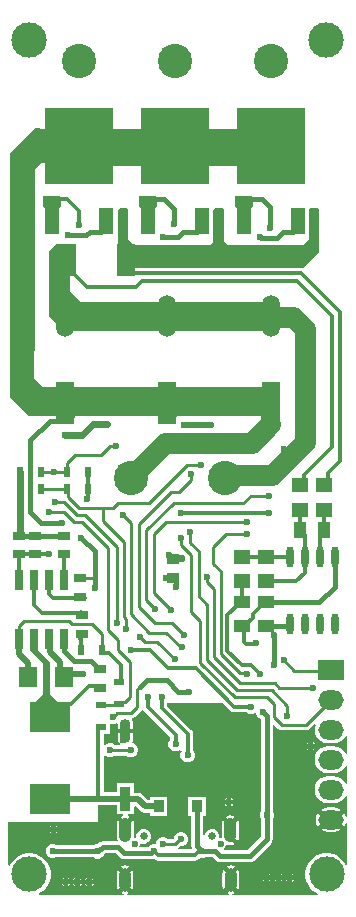
<source format=gbl>
G04*
G04 #@! TF.GenerationSoftware,Altium Limited,Altium Designer,21.3.2 (30)*
G04*
G04 Layer_Physical_Order=2*
G04 Layer_Color=16711680*
%FSTAX24Y24*%
%MOIN*%
G70*
G04*
G04 #@! TF.SameCoordinates,BF0EC633-498B-4F46-9C25-626D02BDF3A5*
G04*
G04*
G04 #@! TF.FilePolarity,Positive*
G04*
G01*
G75*
%ADD11C,0.0100*%
%ADD18C,0.0118*%
%ADD23R,0.0354X0.0236*%
%ADD24R,0.0236X0.0354*%
%ADD28R,0.0394X0.0354*%
%ADD29R,0.0394X0.0315*%
%ADD31R,0.0551X0.0433*%
%ADD37R,0.0283X0.0701*%
%ADD41R,0.0472X0.0866*%
%ADD42R,0.2283X0.2520*%
%ADD45C,0.0236*%
%ADD77C,0.0157*%
%ADD78C,0.0110*%
%ADD79C,0.0197*%
%ADD80C,0.0138*%
%ADD81C,0.0150*%
%ADD83C,0.1181*%
%ADD84O,0.0850X0.0650*%
%ADD85R,0.0850X0.0650*%
%ADD86C,0.1142*%
%ADD87C,0.0256*%
%ADD88O,0.0394X0.0787*%
%ADD89O,0.0413X0.0827*%
%ADD90C,0.0236*%
%ADD91R,0.0433X0.0315*%
%ADD92R,0.1378X0.1024*%
%ADD93R,0.0346X0.0402*%
%ADD94R,0.0600X0.0650*%
%ADD95R,0.0350X0.0800*%
%ADD96O,0.0350X0.0800*%
%ADD97R,0.0591X0.1400*%
%ADD98O,0.0591X0.1400*%
%ADD99R,0.0550X0.0453*%
%ADD100O,0.0236X0.0709*%
%ADD101R,0.0433X0.0551*%
%ADD102R,0.0591X0.1063*%
%ADD103C,0.0709*%
%ADD104C,0.0630*%
%ADD105C,0.0276*%
G36*
X037458Y042688D02*
Y042686D01*
X046142D01*
Y041714D01*
X045867Y041439D01*
X037458D01*
Y04155D01*
X03735D01*
X03712Y04132D01*
X03712Y035271D01*
X037114Y035277D01*
Y034371D01*
X037405Y03408D01*
X044739D01*
X045284Y033535D01*
X044849Y0331D01*
X03695D01*
X0363Y03375D01*
Y036091D01*
Y04187D01*
X03712Y04269D01*
X037458Y042688D01*
D02*
G37*
G36*
X0444Y0404D02*
Y040105D01*
X044339Y040043D01*
Y039177D01*
X043866D01*
Y040043D01*
X0438Y040109D01*
Y0404D01*
X04385Y04045D01*
X04435D01*
X0444Y0404D01*
D02*
G37*
G36*
X0412D02*
Y040105D01*
X041139Y040043D01*
Y039177D01*
X040666D01*
Y040043D01*
X0406Y040109D01*
Y0404D01*
X04065Y04045D01*
X04115D01*
X0412Y0404D01*
D02*
G37*
G36*
X038D02*
Y040105D01*
X037939Y040043D01*
Y039177D01*
X037466D01*
Y040043D01*
X0374Y040109D01*
Y0404D01*
X03745Y04045D01*
X03795D01*
X038Y0404D01*
D02*
G37*
G36*
X04659Y03999D02*
Y03905D01*
Y03856D01*
X04608Y03805D01*
X04005D01*
X03989Y03821D01*
Y03889D01*
X039887D01*
Y039977D01*
X039953Y040043D01*
X040187D01*
X04023Y04D01*
Y039D01*
X04043Y0388D01*
X04296D01*
X04308Y03892D01*
Y03997D01*
X043153Y040043D01*
X043387D01*
X04345Y03998D01*
Y03893D01*
X04358Y0388D01*
X04606D01*
X04626Y039D01*
Y04D01*
X046303Y040043D01*
X046537D01*
X04659Y03999D01*
D02*
G37*
G36*
X038304Y038743D02*
Y03725D01*
X038654Y0369D01*
X044824D01*
X045287Y036438D01*
X044799Y03595D01*
X038105Y03595D01*
X0376Y036455D01*
Y0386D01*
X037831Y038832D01*
X038216D01*
X038304Y038743D01*
D02*
G37*
G36*
X037242Y025311D02*
X03765Y024903D01*
Y02385D01*
X03805Y02345D01*
X037Y02345D01*
X0374Y02385D01*
Y02487D01*
X036958Y025311D01*
Y026012D01*
X037242D01*
Y025311D01*
D02*
G37*
G36*
X043645Y023292D02*
X043704Y023253D01*
X043773Y023239D01*
X044187D01*
X044206Y02322D01*
X044293Y023184D01*
X044387D01*
X044464Y023216D01*
X044514Y023194D01*
Y023183D01*
X04455Y023096D01*
X044616Y02303D01*
X044659Y023012D01*
Y019933D01*
X044624Y019847D01*
Y019753D01*
X044659Y019667D01*
Y019073D01*
X044217Y018631D01*
X04344D01*
X043427Y018648D01*
X043437Y018707D01*
X043481Y018751D01*
X0435Y018795D01*
X043505Y018809D01*
X043555Y018821D01*
X043576Y018812D01*
X043651Y018802D01*
X043725Y018812D01*
X043791Y018839D01*
X043595Y019034D01*
X043706Y019146D01*
X043902Y01895D01*
X043929Y019016D01*
X043939Y01909D01*
Y019504D01*
X043929Y019578D01*
X043902Y019643D01*
X043706Y019448D01*
X043651Y019504D01*
X043595Y019448D01*
X0434Y019643D01*
X043373Y019578D01*
X043363Y019504D01*
Y01909D01*
X043365Y019072D01*
X043328Y019026D01*
X043327Y019026D01*
X043318Y019031D01*
X043284Y019072D01*
Y019149D01*
X043246Y019239D01*
X043177Y019309D01*
X043087Y019346D01*
X042989D01*
X042898Y019309D01*
X042829Y019239D01*
X042792Y019149D01*
X042744Y019155D01*
Y019781D01*
X042835D01*
Y020419D01*
X042252D01*
Y019781D01*
X042343D01*
Y018778D01*
X042356Y018711D01*
X04233Y018661D01*
X041922D01*
X041907Y018711D01*
X041934Y018729D01*
X041969Y018764D01*
X042047D01*
X042134Y0188D01*
X0422Y018866D01*
X042236Y018953D01*
Y019047D01*
X0422Y019134D01*
X042134Y0192D01*
X042047Y019236D01*
X041953D01*
X041866Y0192D01*
X0418Y019134D01*
X041764Y019047D01*
Y019043D01*
X041742Y019021D01*
X041563D01*
X041534Y01905D01*
X041447Y019086D01*
X041353D01*
X041266Y01905D01*
X0412Y018984D01*
X041164Y018897D01*
Y018847D01*
X041147Y018836D01*
X041053D01*
X040966Y0188D01*
X0409Y018734D01*
X040896Y018726D01*
X040644D01*
X040614Y018776D01*
X040627Y018809D01*
Y018835D01*
X040677Y018869D01*
X040713Y018854D01*
X040811D01*
X040902Y018891D01*
X040971Y018961D01*
X041008Y019051D01*
Y019149D01*
X040971Y019239D01*
X040902Y019309D01*
X040811Y019346D01*
X040713D01*
X040623Y019309D01*
X040554Y019239D01*
X040516Y019149D01*
Y019073D01*
X04048Y019031D01*
X040473Y019027D01*
X040435Y019072D01*
X040437Y01909D01*
Y019504D01*
X040427Y019578D01*
X0404Y019643D01*
X040205Y019448D01*
X040149Y019504D01*
X040094Y019448D01*
X039898Y019643D01*
X039871Y019578D01*
X039861Y019504D01*
Y01909D01*
X039871Y019016D01*
X039887Y018977D01*
X039854Y018927D01*
X039388D01*
X039311Y018912D01*
X039246Y018869D01*
X039204Y018826D01*
X039183D01*
X039109Y018796D01*
X037868D01*
X037864Y0188D01*
X037777Y018836D01*
X037683D01*
X037596Y0188D01*
X03753Y018734D01*
X037494Y018647D01*
Y018553D01*
X03753Y018466D01*
X037596Y0184D01*
X037683Y018364D01*
X037777D01*
X037851Y018394D01*
X039092D01*
X039096Y01839D01*
X039183Y018354D01*
X039277D01*
X039364Y01839D01*
X03943Y018456D01*
X039451Y018506D01*
X039471Y018526D01*
X03982D01*
X039963Y018383D01*
X040028Y01834D01*
X040105Y018324D01*
X041004D01*
X041081Y01834D01*
X041087Y018344D01*
X041095Y018335D01*
X041157Y018294D01*
X04123Y018279D01*
X04123Y018279D01*
X04247D01*
X042543Y018294D01*
X042605Y018335D01*
X042639Y01837D01*
X042653Y018364D01*
X042747D01*
X042833Y018399D01*
X043059D01*
X043171Y018288D01*
X043236Y018245D01*
X043313Y018229D01*
X0443D01*
X044377Y018245D01*
X044442Y018288D01*
X045002Y018848D01*
X045045Y018913D01*
X045061Y01899D01*
Y019667D01*
X045096Y019753D01*
Y019847D01*
X045061Y019933D01*
Y022794D01*
X045107Y022813D01*
X045235Y022685D01*
X045235Y022685D01*
X045292Y022647D01*
X04536Y022633D01*
X04536Y022633D01*
X04616D01*
X04616Y022633D01*
X046228Y022647D01*
X046285Y022685D01*
X046449Y022849D01*
X046491Y022821D01*
X046468Y022766D01*
X046453Y02265D01*
X046468Y022534D01*
X046513Y022427D01*
X046584Y022334D01*
X046677Y022263D01*
X046784Y022218D01*
X0469Y022203D01*
X0471D01*
X047216Y022218D01*
X047323Y022263D01*
X047416Y022334D01*
X047487Y022427D01*
X047495Y022446D01*
X047545Y022436D01*
X047545Y021864D01*
X047495Y021854D01*
X047487Y021873D01*
X047416Y021966D01*
X047323Y022037D01*
X047216Y022082D01*
X0471Y022097D01*
X0469D01*
X046784Y022082D01*
X046677Y022037D01*
X046584Y021966D01*
X046513Y021873D01*
X046468Y021766D01*
X046453Y02165D01*
X046468Y021534D01*
X046513Y021427D01*
X046584Y021334D01*
X046677Y021263D01*
X046784Y021218D01*
X0469Y021203D01*
X0471D01*
X047216Y021218D01*
X047323Y021263D01*
X047416Y021334D01*
X047487Y021427D01*
X047495Y021446D01*
X047545Y021436D01*
Y020864D01*
X047495Y020854D01*
X047487Y020873D01*
X047416Y020966D01*
X047323Y021037D01*
X047216Y021082D01*
X0471Y021097D01*
X0469D01*
X046784Y021082D01*
X046677Y021037D01*
X046584Y020966D01*
X046513Y020873D01*
X046468Y020766D01*
X046453Y02065D01*
X046468Y020534D01*
X046513Y020427D01*
X046584Y020334D01*
X046677Y020263D01*
X046784Y020218D01*
X0469Y020203D01*
X0471D01*
X047216Y020218D01*
X047323Y020263D01*
X047416Y020334D01*
X047487Y020427D01*
X047495Y020446D01*
X047545Y020436D01*
Y019747D01*
X047495Y019743D01*
X047493Y019755D01*
X047453Y019854D01*
X047436Y019875D01*
X047211Y01965D01*
X047436Y019425D01*
X047453Y019446D01*
X047493Y019545D01*
X047495Y019557D01*
X047545Y019553D01*
X047545Y018146D01*
X047495Y018136D01*
X047484Y018164D01*
X047406Y01828D01*
X047307Y018378D01*
X047191Y018456D01*
X047062Y018509D01*
X046925Y018537D01*
X046786D01*
X046649Y018509D01*
X04652Y018456D01*
X046404Y018378D01*
X046305Y01828D01*
X046227Y018164D01*
X046174Y018035D01*
X046147Y017898D01*
Y017758D01*
X046174Y017621D01*
X046227Y017492D01*
X046305Y017376D01*
X046404Y017277D01*
X04652Y0172D01*
X046561Y017183D01*
X046551Y017133D01*
X043714D01*
X043711Y017183D01*
X043733Y017186D01*
X043793Y017211D01*
X043661Y017343D01*
X043528Y017211D01*
X043589Y017186D01*
X04361Y017183D01*
X043607Y017133D01*
X040193Y017133D01*
X04019Y017183D01*
X040211Y017186D01*
X040272Y017211D01*
X040139Y017343D01*
X040007Y017211D01*
X040067Y017186D01*
X040089Y017183D01*
X040086Y017133D01*
X037265D01*
X037255Y017183D01*
X037283Y017194D01*
X037399Y017272D01*
X037497Y017371D01*
X037575Y017487D01*
X037628Y017616D01*
X037656Y017753D01*
Y017892D01*
X037628Y018029D01*
X037575Y018158D01*
X037497Y018274D01*
X037399Y018373D01*
X037283Y01845D01*
X037154Y018504D01*
X037017Y018531D01*
X036877D01*
X03674Y018504D01*
X036611Y01845D01*
X036495Y018373D01*
X036396Y018274D01*
X036319Y018158D01*
X036302Y018117D01*
X036252Y018127D01*
X036252Y019579D01*
X039249D01*
Y020129D01*
X039857D01*
Y019832D01*
X040073D01*
X040077Y019782D01*
X040075Y019782D01*
X040009Y019755D01*
X040149Y019615D01*
X040289Y019755D01*
X040224Y019782D01*
X040222Y019782D01*
X040225Y019832D01*
X040443D01*
Y020084D01*
X040493Y020095D01*
X040644Y019944D01*
X040716Y019896D01*
X0408Y019879D01*
X040965D01*
Y019781D01*
X041548D01*
Y020419D01*
X040965D01*
Y020321D01*
X040891D01*
X040733Y020479D01*
X040661Y020527D01*
X040577Y020544D01*
X040443D01*
Y020868D01*
X039857D01*
Y020571D01*
X039431D01*
Y021765D01*
X039481Y021785D01*
X039506Y02176D01*
X039593Y021724D01*
X039687D01*
X039774Y02176D01*
X039802Y021788D01*
X040168D01*
X040186Y02177D01*
X040273Y021734D01*
X040367D01*
X040454Y02177D01*
X04052Y021836D01*
X040556Y021923D01*
Y022017D01*
X04052Y022104D01*
X040454Y02217D01*
X040395Y022195D01*
X040373Y022252D01*
X040389Y022276D01*
X040409Y022375D01*
Y022531D01*
X039891D01*
Y022375D01*
X039911Y022276D01*
X039929Y022249D01*
X039936Y022231D01*
X039951Y022217D01*
X039967Y022192D01*
X039971Y022189D01*
X039956Y022142D01*
X039792D01*
X039774Y02216D01*
X039687Y022196D01*
X039593D01*
X039506Y02216D01*
X039481Y022135D01*
X039431Y022155D01*
Y022514D01*
X039645D01*
Y022827D01*
X039687Y022855D01*
X039696Y022851D01*
X03979D01*
X03985Y022876D01*
X039894Y02284D01*
X039891Y022825D01*
Y022669D01*
X040409D01*
Y022825D01*
X040389Y022924D01*
X040357Y022972D01*
X04038Y023027D01*
X040406Y023033D01*
X040462Y02307D01*
X040672Y023279D01*
X040691Y023308D01*
X04075Y023306D01*
X040772Y023272D01*
X041639Y022405D01*
Y022313D01*
X04162Y022294D01*
X041584Y022207D01*
Y022113D01*
X04162Y022026D01*
X041686Y02196D01*
X041773Y021924D01*
X041867D01*
X041954Y02196D01*
X041959Y021965D01*
X042015Y02195D01*
X04202Y021934D01*
X041984Y021847D01*
Y021753D01*
X04202Y021666D01*
X042086Y0216D01*
X042173Y021564D01*
X042267D01*
X042354Y0216D01*
X04242Y021666D01*
X042456Y021753D01*
Y021847D01*
X04242Y021934D01*
X042401Y021953D01*
Y02252D01*
X042387Y022589D01*
X042348Y022648D01*
X041551Y023445D01*
Y023545D01*
X043392D01*
X043645Y023292D01*
D02*
G37*
%LPC*%
G36*
X046409Y022238D02*
Y022179D01*
X046468D01*
X046463Y022189D01*
X046419Y022234D01*
X046409Y022238D01*
D02*
G37*
G36*
X046251D02*
X046241Y022234D01*
X046196Y022189D01*
X046192Y022179D01*
X046251D01*
Y022238D01*
D02*
G37*
G36*
X046468Y022021D02*
X046409D01*
Y021962D01*
X046419Y021966D01*
X046463Y022011D01*
X046468Y022021D01*
D02*
G37*
G36*
X046251D02*
X046192D01*
X046196Y022011D01*
X046241Y021966D01*
X046251Y021962D01*
Y022021D01*
D02*
G37*
G36*
X043679Y020378D02*
Y020319D01*
X043738D01*
X043734Y020329D01*
X043689Y020374D01*
X043679Y020378D01*
D02*
G37*
G36*
X043521D02*
X043511Y020374D01*
X043467Y020329D01*
X043462Y020319D01*
X043521D01*
Y020378D01*
D02*
G37*
G36*
X043738Y020161D02*
X043679D01*
Y020102D01*
X043689Y020106D01*
X043734Y020151D01*
X043738Y020161D01*
D02*
G37*
G36*
X043521D02*
X043462D01*
X043467Y020151D01*
X043511Y020106D01*
X043521Y020102D01*
Y020161D01*
D02*
G37*
G36*
X043651Y019791D02*
X043576Y019782D01*
X043511Y019755D01*
X043651Y019615D01*
X04379Y019755D01*
X043725Y019782D01*
X043651Y019791D01*
D02*
G37*
G36*
X046564Y019875D02*
X046547Y019854D01*
X046507Y019755D01*
X046493Y01965D01*
X046507Y019545D01*
X046547Y019446D01*
X046564Y019425D01*
X046789Y01965D01*
X046564Y019875D01*
D02*
G37*
G36*
X037839Y019468D02*
Y019409D01*
X037898D01*
X037894Y019419D01*
X037849Y019464D01*
X037839Y019468D01*
D02*
G37*
G36*
X037681D02*
X037671Y019464D01*
X037626Y019419D01*
X037622Y019409D01*
X037681D01*
Y019468D01*
D02*
G37*
G36*
X0471Y020057D02*
X0469D01*
X046795Y020043D01*
X046696Y020003D01*
X046675Y019986D01*
X046956Y019706D01*
X0469Y01965D01*
X046956Y019594D01*
X046675Y019314D01*
X046696Y019297D01*
X046795Y019257D01*
X0469Y019243D01*
X0471D01*
X047205Y019257D01*
X047304Y019297D01*
X047325Y019314D01*
X047044Y019594D01*
X0471Y01965D01*
X047044Y019706D01*
X047325Y019986D01*
X047304Y020003D01*
X047205Y020043D01*
X0471Y020057D01*
D02*
G37*
G36*
X037898Y019251D02*
X037839D01*
Y019192D01*
X037849Y019196D01*
X037894Y019241D01*
X037898Y019251D01*
D02*
G37*
G36*
X037681D02*
X037622D01*
X037626Y019241D01*
X037671Y019196D01*
X037681Y019192D01*
Y019251D01*
D02*
G37*
G36*
X040139Y018126D02*
X040067Y018117D01*
X040007Y018092D01*
X040139Y017959D01*
X040272Y018092D01*
X040211Y018117D01*
X040139Y018126D01*
D02*
G37*
G36*
X043661D02*
X043589Y018117D01*
X043528Y018092D01*
X043661Y017959D01*
X043793Y018092D01*
X043733Y018117D01*
X043661Y018126D01*
D02*
G37*
G36*
X045329Y017868D02*
Y017809D01*
X045388D01*
X045384Y017819D01*
X045339Y017864D01*
X045329Y017868D01*
D02*
G37*
G36*
X045171D02*
X045161Y017864D01*
X045117Y017819D01*
X045112Y017809D01*
X045171D01*
Y017868D01*
D02*
G37*
G36*
X044929D02*
Y017809D01*
X044988D01*
X044984Y017819D01*
X044939Y017864D01*
X044929Y017868D01*
D02*
G37*
G36*
X044771D02*
X044761Y017864D01*
X044717Y017819D01*
X044712Y017809D01*
X044771D01*
Y017868D01*
D02*
G37*
G36*
X045709Y017858D02*
Y017799D01*
X045768D01*
X045764Y017809D01*
X045719Y017854D01*
X045709Y017858D01*
D02*
G37*
G36*
X045551D02*
X045541Y017854D01*
X045497Y017809D01*
X045492Y017799D01*
X045551D01*
Y017858D01*
D02*
G37*
G36*
X040383Y01798D02*
X040195Y017792D01*
X040139Y017848D01*
X040084Y017792D01*
X039896Y01798D01*
X039871Y01792D01*
X039861Y017848D01*
Y017454D01*
X039871Y017382D01*
X039896Y017322D01*
X040084Y01751D01*
X040139Y017454D01*
X040195Y01751D01*
X040383Y017322D01*
X040408Y017382D01*
X040417Y017454D01*
Y017848D01*
X040408Y01792D01*
X040383Y01798D01*
D02*
G37*
G36*
X038249Y01772D02*
Y017661D01*
X038308D01*
X038304Y017672D01*
X038259Y017716D01*
X038249Y01772D01*
D02*
G37*
G36*
X038091D02*
X038081Y017716D01*
X038036Y017672D01*
X038032Y017661D01*
X038091D01*
Y01772D01*
D02*
G37*
G36*
X039029Y01771D02*
Y017651D01*
X039088D01*
X039084Y017662D01*
X039039Y017706D01*
X039029Y01771D01*
D02*
G37*
G36*
X038871D02*
X038861Y017706D01*
X038816Y017662D01*
X038812Y017651D01*
X038871D01*
Y01771D01*
D02*
G37*
G36*
X038629D02*
Y017651D01*
X038688D01*
X038684Y017662D01*
X038639Y017706D01*
X038629Y01771D01*
D02*
G37*
G36*
X038471D02*
X038461Y017706D01*
X038416Y017662D01*
X038412Y017651D01*
X038471D01*
Y01771D01*
D02*
G37*
G36*
X045388Y017651D02*
X045329D01*
Y017592D01*
X045339Y017596D01*
X045384Y017641D01*
X045388Y017651D01*
D02*
G37*
G36*
X045171D02*
X045112D01*
X045117Y017641D01*
X045161Y017596D01*
X045171Y017592D01*
Y017651D01*
D02*
G37*
G36*
X044988D02*
X044929D01*
Y017592D01*
X044939Y017596D01*
X044984Y017641D01*
X044988Y017651D01*
D02*
G37*
G36*
X044771D02*
X044712D01*
X044717Y017641D01*
X044761Y017596D01*
X044771Y017592D01*
Y017651D01*
D02*
G37*
G36*
X045768Y017641D02*
X045709D01*
Y017582D01*
X045719Y017586D01*
X045764Y017631D01*
X045768Y017641D01*
D02*
G37*
G36*
X045551D02*
X045492D01*
X045497Y017631D01*
X045541Y017586D01*
X045551Y017582D01*
Y017641D01*
D02*
G37*
G36*
X038308Y017504D02*
X038249D01*
Y017445D01*
X038259Y017449D01*
X038304Y017493D01*
X038308Y017504D01*
D02*
G37*
G36*
X038091D02*
X038032D01*
X038036Y017493D01*
X038081Y017449D01*
X038091Y017445D01*
Y017504D01*
D02*
G37*
G36*
X039088Y017494D02*
X039029D01*
Y017435D01*
X039039Y017439D01*
X039084Y017483D01*
X039088Y017494D01*
D02*
G37*
G36*
X038871D02*
X038812D01*
X038816Y017483D01*
X038861Y017439D01*
X038871Y017435D01*
Y017494D01*
D02*
G37*
G36*
X038688D02*
X038629D01*
Y017435D01*
X038639Y017439D01*
X038684Y017483D01*
X038688Y017494D01*
D02*
G37*
G36*
X038471D02*
X038412D01*
X038416Y017483D01*
X038461Y017439D01*
X038471Y017435D01*
Y017494D01*
D02*
G37*
G36*
X043417Y01798D02*
X043392Y01792D01*
X043383Y017848D01*
Y017454D01*
X043392Y017382D01*
X043417Y017322D01*
X043605Y01751D01*
X043661Y017454D01*
X043716Y01751D01*
X043904Y017322D01*
X043929Y017382D01*
X043939Y017454D01*
Y017848D01*
X043929Y01792D01*
X043904Y01798D01*
X043716Y017792D01*
X043661Y017848D01*
X043605Y017792D01*
X043417Y01798D01*
D02*
G37*
%LPD*%
D11*
X039121Y027721D02*
X03913Y02773D01*
X03912Y02772D02*
X039121Y027721D01*
X039766Y023087D02*
X039869Y023191D01*
X040341D01*
X039743Y023087D02*
X039766D01*
X040341Y023191D02*
X040551Y023401D01*
Y023991D02*
X040647Y024087D01*
X040551Y023401D02*
Y023991D01*
X0366Y025662D02*
X036604Y025666D01*
Y026104D01*
X03678Y02628D01*
X038255D01*
X038365Y026169D02*
X039037D01*
X038255Y02628D02*
X038365Y026169D01*
X039037D02*
X03937Y025836D01*
Y02531D02*
Y025836D01*
X03865Y02772D02*
X03912D01*
X0414Y01885D02*
X041813D01*
X041963Y019D01*
X042D01*
D18*
X045963Y02929D02*
Y029976D01*
X045966Y029979D01*
X03888Y03035D02*
X038895Y030365D01*
Y030655D02*
X03891Y03067D01*
X038895Y030365D02*
Y030655D01*
X036597Y028493D02*
X03716D01*
X042005Y029875D02*
X044915D01*
X04492Y02987D01*
X042Y02988D02*
X042005Y029875D01*
X04544Y03202D02*
X045457Y032003D01*
X045617D01*
X04572Y0319D01*
X04182Y02216D02*
Y02248D01*
X0409Y0234D02*
Y02375D01*
Y0234D02*
X04182Y02248D01*
X04137Y02337D02*
X04222Y02252D01*
Y0218D02*
Y02252D01*
X04137Y02337D02*
Y02373D01*
X04402Y0248D02*
X04433D01*
X04463Y0245D01*
Y0245D02*
Y0245D01*
X044108Y025582D02*
X044177Y025513D01*
X0443Y025517D02*
X044487D01*
X04451Y02554D01*
X044177Y025513D02*
X044296D01*
X0443Y025517D01*
X03815Y02654D02*
X03815Y02654D01*
X03737Y02654D02*
X03815D01*
X0371Y02681D02*
X03737Y02654D01*
X03815Y02654D02*
X038666D01*
X038683Y026556D01*
X0376Y02717D02*
X03774Y02703D01*
X038799D01*
X04035Y02531D02*
X040352Y025308D01*
X040972D01*
X041575Y024705D02*
X042488D01*
X040972Y025308D02*
X041575Y024705D01*
X039309Y02275D02*
X03935D01*
X03925Y02035D02*
Y022691D01*
X039309Y02275D01*
X044108Y025582D02*
Y026038D01*
X04405Y026096D02*
X044108Y026038D01*
X042985Y032815D02*
X04299Y03281D01*
X044503Y026616D02*
X044791Y026904D01*
X044503Y026614D02*
Y026616D01*
X044109Y026096D02*
X044397Y026384D01*
Y026508D02*
X044503Y026614D01*
X044397Y026384D02*
Y026508D01*
X04405Y026096D02*
X044109D01*
X044791Y026904D02*
X04485D01*
X043773Y02342D02*
X04434D01*
X042488Y024705D02*
X043773Y02342D01*
X043552Y025268D02*
Y026465D01*
Y025268D02*
X04402Y0248D01*
X043552Y026465D02*
X043991Y026904D01*
X04405D01*
X038907Y03067D02*
Y03124D01*
X044038Y027589D02*
X04405Y027577D01*
Y026904D02*
Y027577D01*
X0371Y02681D02*
Y027638D01*
X0376Y02717D02*
Y027638D01*
X04404Y028412D02*
X04562D01*
X044038Y028411D02*
X04404Y028412D01*
X045839Y027589D02*
X04612Y02787D01*
Y028412D01*
X044838Y027589D02*
X045839D01*
X03715Y028493D02*
X03761D01*
X036598Y02764D02*
Y028491D01*
X036597Y028493D02*
X036598Y028491D01*
Y02764D02*
X0366Y027638D01*
X036597Y028493D02*
X036597Y028493D01*
X0381Y027638D02*
Y028493D01*
X0381Y028493D01*
X04662Y028412D02*
Y02914D01*
X04677Y02929D01*
X045963D02*
X04612Y029133D01*
Y028412D02*
Y029133D01*
X046766Y029294D02*
X04677Y02929D01*
X046766Y029294D02*
Y029979D01*
D23*
X03995Y02351D02*
D03*
X03995Y024225D02*
D03*
X03935Y02275D02*
D03*
X03935Y023465D02*
D03*
D24*
X038195Y03067D02*
D03*
X03891Y03067D02*
D03*
X036635Y03067D02*
D03*
X03735Y03067D02*
D03*
X038655Y02531D02*
D03*
X03937Y02531D02*
D03*
X038907Y03124D02*
D03*
X038192Y03124D02*
D03*
X037344Y031249D02*
D03*
X036629Y031249D02*
D03*
D28*
X04175Y028345D02*
D03*
Y027715D02*
D03*
D29*
X03871Y025853D02*
D03*
X03871Y026467D02*
D03*
X0381Y028493D02*
D03*
X0381Y029107D02*
D03*
X036597Y029107D02*
D03*
X036597Y028493D02*
D03*
X03715Y029107D02*
D03*
X03715Y028493D02*
D03*
X0393Y024657D02*
D03*
X0393Y024043D02*
D03*
D31*
X04405Y026096D02*
D03*
Y026904D02*
D03*
X04485Y026904D02*
D03*
Y026096D02*
D03*
D37*
X0381Y025662D02*
D03*
X0376D02*
D03*
X0371D02*
D03*
X0366D02*
D03*
X0366Y027638D02*
D03*
X0371Y027638D02*
D03*
X0376Y027638D02*
D03*
X0381Y027638D02*
D03*
D41*
X039498Y03961D02*
D03*
X037702D02*
D03*
X042698D02*
D03*
X040902D02*
D03*
X045898D02*
D03*
X044102D02*
D03*
D42*
X0386Y042091D02*
D03*
X0418D02*
D03*
X045D02*
D03*
D45*
X036629Y029721D02*
Y031249D01*
X036597Y029107D02*
X03663Y029141D01*
X036629Y029721D02*
X03663Y02972D01*
Y029141D02*
Y02972D01*
X038693Y03246D02*
X039073Y03284D01*
X03954D01*
X03814Y03246D02*
X038693D01*
X040324Y0306D02*
Y03105D01*
X039874D02*
X040324D01*
D77*
X039251Y01859D02*
X039388Y018727D01*
X039903D01*
X03923Y01859D02*
X039251D01*
X039903Y018727D02*
X040105Y018525D01*
X041004D01*
X039225Y018595D02*
X03923Y01859D01*
X03773Y0186D02*
X037735Y018595D01*
X039225D01*
X039121Y027721D02*
Y028589D01*
X03867Y02904D02*
X039121Y028589D01*
X03801Y0331D02*
X038376D01*
X03764Y03295D02*
X038226D01*
X03735Y02955D02*
X03803D01*
X03698Y02992D02*
Y03229D01*
Y02992D02*
X03735Y02955D01*
X039121Y02738D02*
Y027721D01*
X03698Y03229D02*
X03764Y03295D01*
X038226D02*
X038376Y0331D01*
X041004Y018525D02*
X041079Y0186D01*
X040647Y024087D02*
X04086Y0243D01*
X041524D01*
X0418Y028395D02*
X041842Y028352D01*
X041914Y02391D02*
X042259D01*
X042268Y0239D01*
X041524Y0243D02*
X041914Y02391D01*
X0451Y02479D02*
X0451Y02479D01*
X045099Y02581D02*
X0451Y02581D01*
Y02479D02*
Y02581D01*
X04486Y01899D02*
Y0198D01*
Y02312D01*
X04475Y02323D02*
X04486Y02312D01*
X043313Y01843D02*
X0443D01*
X04486Y01899D01*
X0427Y0186D02*
X043143D01*
X043313Y01843D01*
X0427Y0186D02*
Y018621D01*
X042544Y018778D02*
Y0201D01*
Y018778D02*
X0427Y018621D01*
X041079Y0186D02*
X0411D01*
X036603Y029107D02*
X0381D01*
X041513Y027713D02*
X041747D01*
X04175Y027715D01*
X04151Y02771D02*
X041513Y027713D01*
X041824Y027424D02*
Y027617D01*
X04173Y027695D02*
X041745D01*
X041824Y027617D01*
Y027424D02*
X041839Y027409D01*
X036603Y029107D02*
X036603Y029107D01*
X036597Y029107D02*
X036603D01*
X046604Y026904D02*
X04712Y02742D01*
Y028412D01*
X04485Y026904D02*
X046604D01*
X0381Y029107D02*
X0381Y029107D01*
X041842Y028352D02*
X042032D01*
X04204Y02836D01*
X03844Y024922D02*
X038996D01*
X0381Y025261D02*
X03844Y024922D01*
X038996D02*
X039261Y024657D01*
X0381Y025261D02*
Y025662D01*
X039261Y024657D02*
X0393D01*
X045584Y026096D02*
X04562Y026133D01*
X04485Y026096D02*
X045584D01*
X04562Y026133D02*
Y026188D01*
D78*
X04166Y03058D02*
X04195D01*
X04233Y03096D01*
Y03117D01*
X0406Y02952D02*
X04166Y03058D01*
X0406Y02675D02*
Y02952D01*
X039752Y03005D02*
X039912Y03021D01*
X04093D02*
X042201Y031481D01*
X039912Y03021D02*
X04093D01*
X03941Y03005D02*
X039752D01*
X038247Y030413D02*
X03861Y03005D01*
X03941D01*
Y02961D02*
Y03002D01*
X03991Y0253D02*
Y02564D01*
Y0253D02*
X040304Y024906D01*
Y023743D02*
Y024906D01*
X03957Y02598D02*
X03991Y02564D01*
X04033Y026496D02*
X040938Y025888D01*
X041512D02*
X04201Y02539D01*
X040938Y025888D02*
X041512D01*
X04033Y026496D02*
Y02955D01*
X041218Y025582D02*
X0418Y025D01*
X04062Y02575D02*
X040788Y025582D01*
X041218D01*
X04169Y02621D02*
X04209Y02581D01*
X04114Y02621D02*
X04169D01*
X03762Y02991D02*
X03809D01*
X03761Y0299D02*
X03762Y02991D01*
X03957Y02598D02*
Y02869D01*
X038953Y029307D02*
X03957Y02869D01*
X038953Y029307D02*
Y029307D01*
X038701Y029559D02*
X038953Y029307D01*
X039873Y026217D02*
Y028727D01*
X038808Y029792D02*
X039873Y028727D01*
X040102Y0264D02*
Y028918D01*
X03941Y02961D02*
X040102Y028918D01*
X038441Y029559D02*
X038701D01*
X03809Y02991D02*
X038441Y029559D01*
X038545Y029792D02*
X038808D01*
X038097Y03024D02*
X038545Y029792D01*
X03779Y03024D02*
X038097D01*
X038247Y030413D02*
Y030618D01*
X038195Y03067D02*
X038247Y030618D01*
X040032Y023482D02*
Y023533D01*
X039368Y023482D02*
X040032D01*
X03821Y031258D02*
Y03154D01*
X038474Y031804D01*
X039328D01*
X038201Y031249D02*
X03821Y031258D01*
X039328Y031804D02*
X039638Y032114D01*
X04432Y03045D02*
X04492D01*
X045264Y024046D02*
X046406D01*
X043978Y024189D02*
X045121D01*
X045264Y024046D01*
X043092Y025075D02*
X043978Y024189D01*
X043884Y02396D02*
X045027D01*
X04555Y02311D02*
Y023437D01*
X045027Y02396D02*
X04555Y023437D01*
X044878Y023732D02*
X045112Y023498D01*
X043789Y023732D02*
X044878D01*
X042635Y024886D02*
X043789Y023732D01*
X045112Y023058D02*
Y023498D01*
Y023058D02*
X04536Y02281D01*
X04616D01*
X047Y02365D01*
X045426Y024976D02*
X045782Y02462D01*
X04697D01*
X047Y02465D01*
X040131Y023569D02*
X040304Y023743D01*
X040068Y023569D02*
X040131D01*
X040032Y023533D02*
X040068Y023569D01*
X04018Y02602D02*
Y026322D01*
X040102Y0264D02*
X04018Y026322D01*
X039873Y026217D02*
X03988Y02621D01*
X03935Y023465D02*
X039368Y023482D01*
X044186Y024524D02*
X04421Y0245D01*
X043966Y024524D02*
X044186D01*
X04332Y02517D02*
X043966Y024524D01*
X047Y02365D02*
X047D01*
X042635Y024886D02*
Y026267D01*
X042331Y026571D02*
X042635Y026267D01*
X042863Y024981D02*
X043884Y02396D01*
X042863Y024981D02*
Y026817D01*
X04259Y02709D02*
X042863Y026817D01*
X043092Y025075D02*
Y027348D01*
X04288Y02756D02*
X043092Y027348D01*
X04332Y02517D02*
Y02793D01*
X04308Y02817D02*
X04332Y02793D01*
X042314Y028886D02*
Y029223D01*
X042589Y027629D02*
Y028611D01*
X042314Y028886D02*
X042589Y028611D01*
X04259Y02709D02*
Y027628D01*
X042589Y027629D02*
X04259Y027628D01*
X041347Y026963D02*
X04166Y02665D01*
X0411Y02721D02*
Y02916D01*
X041347Y026963D02*
X041347D01*
X0411Y02721D02*
X041347Y026963D01*
X04407Y0302D02*
X04432Y03045D01*
X0411Y02916D02*
X0415Y02956D01*
X04421D01*
X04176Y0302D02*
X04407D01*
X040852Y029292D02*
X04176Y0302D01*
X040852Y026958D02*
Y029292D01*
X04308Y02817D02*
Y02873D01*
X043507Y029157D01*
X044207D01*
X0406Y02675D02*
X04114Y02621D01*
X03964Y02196D02*
X039645Y021965D01*
X040315D02*
X04032Y02197D01*
X039645Y021965D02*
X040315D01*
X037772Y03124D02*
X038192D01*
X037353D02*
X037772D01*
X038195Y03067D02*
X038195Y03067D01*
X03735Y03067D02*
X038195D01*
X04288Y02756D02*
Y02775D01*
X042331Y026571D02*
Y028481D01*
X04201Y028802D02*
X042331Y028481D01*
X04201Y028802D02*
Y02904D01*
X04007Y02981D02*
X04033Y02955D01*
X042201Y031481D02*
X042639D01*
X04266Y03146D01*
X038192Y03124D02*
X038192Y03124D01*
X037344Y031249D02*
X037353Y03124D01*
X040852Y026958D02*
X04113Y02668D01*
X039638Y032114D02*
X03982D01*
X04201Y02539D02*
X04202D01*
D79*
X03925Y02035D02*
X04015D01*
X037658D02*
X03925D01*
X0366Y02518D02*
Y025662D01*
X0369Y0244D02*
Y02488D01*
X0366Y02518D02*
X0369Y02488D01*
X04209Y032815D02*
X042985D01*
X040177Y020323D02*
X040577D01*
X0408Y0201D01*
X041256D01*
X0381Y0244D02*
X0382Y0245D01*
X03875D01*
X037982Y024518D02*
Y024905D01*
Y024518D02*
X0381Y0244D01*
X037643Y025244D02*
X037982Y024905D01*
X0376Y025662D02*
X037643Y025619D01*
Y025244D02*
Y025619D01*
D80*
X03995Y024225D02*
X039969D01*
X040018Y024274D02*
Y024792D01*
X039608Y025202D02*
X040018Y024792D01*
X039969Y024225D02*
X040018Y024274D01*
X0411Y0186D02*
X04123Y01847D01*
X04247D02*
X042581Y018581D01*
X04123Y01847D02*
X04247D01*
X03937Y025251D02*
X039419Y025202D01*
X03937Y025251D02*
Y02531D01*
X039419Y025202D02*
X039608D01*
X046092Y030927D02*
Y031153D01*
X047024Y032085D01*
X045966Y030801D02*
X046092Y030927D01*
X047024Y032085D02*
Y036426D01*
X045861Y037589D02*
X047024Y036426D01*
X040689Y037589D02*
X045861D01*
X0405Y0374D02*
X040689Y037589D01*
X03888Y0374D02*
X0405D01*
X038216Y038064D02*
X03888Y0374D01*
X038216Y038064D02*
Y0383D01*
X042681Y018581D02*
X0427Y0186D01*
X042581Y018581D02*
X042681D01*
X038655Y02536D02*
X03868Y025335D01*
X038655Y02536D02*
Y025696D01*
Y02531D02*
Y02536D01*
X038599Y025733D02*
X038645Y025686D01*
X038598Y025733D02*
X038599D01*
X038598D02*
X03864Y025775D01*
X038093Y023501D02*
X038351D01*
X038943Y024093D02*
X03935D01*
X038351Y023501D02*
X038943Y024093D01*
X03765Y023058D02*
X038093Y023501D01*
X046889Y030924D02*
Y031189D01*
X046766Y030801D02*
X046889Y030924D01*
Y031189D02*
X0473Y0316D01*
Y036562D01*
X045997Y037865D02*
X0473Y036562D01*
X040411Y037865D02*
X045997D01*
X040184Y038091D02*
Y0383D01*
Y038091D02*
X040411Y037865D01*
X0379Y04034D02*
X038188D01*
X0386Y039928D01*
Y039459D02*
Y039928D01*
D81*
X045736Y039252D02*
X045898Y039413D01*
X045188Y039049D02*
X045391Y039252D01*
X044663Y039072D02*
X044686Y039049D01*
X045898Y039413D02*
Y03961D01*
X045391Y039252D02*
X045736D01*
X044686Y039049D02*
X045188D01*
X04464Y039072D02*
X044663D01*
X04498Y03938D02*
Y04007D01*
X04471Y04034D02*
X04498Y04007D01*
X0443Y04034D02*
X04471D01*
X041757Y039506D02*
Y040013D01*
X041443Y040327D02*
X041757Y040013D01*
X042536Y039252D02*
X042698Y039413D01*
Y03961D01*
X042081Y039252D02*
X042536D01*
X041889Y03906D02*
X042081Y039252D01*
X04141Y03906D02*
X041889D01*
X041113Y040327D02*
X041443D01*
X0411Y04034D02*
X041113Y040327D01*
X039336Y039252D02*
X039498Y039413D01*
X038838Y039128D02*
X038962Y039252D01*
X038273Y039145D02*
X038291Y039128D01*
X039498Y039413D02*
Y03961D01*
X038962Y039252D02*
X039336D01*
X038291Y039128D02*
X038838D01*
X03825Y039145D02*
X038273D01*
D83*
X04685Y04565D02*
D03*
X046856Y017828D02*
D03*
X036947Y017822D02*
D03*
X036941Y045644D02*
D03*
D84*
X047Y02065D02*
D03*
Y02365D02*
D03*
Y02265D02*
D03*
Y02165D02*
D03*
Y01965D02*
D03*
D85*
Y02465D02*
D03*
D86*
X043473Y03105D02*
D03*
X040324D02*
D03*
X0386Y04495D02*
D03*
X0418D02*
D03*
X045D02*
D03*
D87*
X040762Y0191D02*
D03*
X043038D02*
D03*
D88*
X040139Y017651D02*
D03*
X043661D02*
D03*
D89*
X040149Y019297D02*
D03*
X043651D02*
D03*
D90*
X04209Y02581D02*
D03*
X03923Y01859D02*
D03*
X03776Y01933D02*
D03*
D03*
X03895Y017572D02*
D03*
X03855D02*
D03*
X03817Y017582D02*
D03*
X04563Y01772D02*
D03*
X04525Y01773D02*
D03*
X04485D02*
D03*
X0436Y02024D02*
D03*
X03866Y02905D02*
D03*
X03761Y0299D02*
D03*
X03803Y02955D02*
D03*
X03888Y03035D02*
D03*
X03779Y03024D02*
D03*
X04633Y0221D02*
D03*
X04492Y02987D02*
D03*
Y03045D02*
D03*
X04544Y03202D02*
D03*
X04555Y02311D02*
D03*
X045426Y024976D02*
D03*
X046406Y024046D02*
D03*
X04182Y02216D02*
D03*
X04222Y0218D02*
D03*
X039743Y023087D02*
D03*
X04137Y02373D02*
D03*
X0409Y02375D02*
D03*
X042268Y0239D02*
D03*
X04463Y0245D02*
D03*
X04451Y02554D02*
D03*
X045099Y02581D02*
D03*
X0451Y02479D02*
D03*
X04475Y02323D02*
D03*
X04486Y0198D02*
D03*
X03773Y0186D02*
D03*
X03671Y02426D02*
D03*
X03988Y02621D02*
D03*
X04018Y02602D02*
D03*
X039121Y02738D02*
D03*
X04035Y02531D02*
D03*
X04007Y02232D02*
D03*
X03663Y02972D02*
D03*
X04047Y01884D02*
D03*
X043348D02*
D03*
X04616Y0331D02*
D03*
X041839Y027409D02*
D03*
X04151Y02771D02*
D03*
X04299Y03281D02*
D03*
X04616Y03354D02*
D03*
X04209Y03282D02*
D03*
X03814Y03246D02*
D03*
X03954Y03284D02*
D03*
X04434Y02342D02*
D03*
X04421Y0245D02*
D03*
X04166Y02665D02*
D03*
X042Y02988D02*
D03*
X04421Y02956D02*
D03*
X042314Y029223D02*
D03*
X03964Y02196D02*
D03*
X04032Y02197D02*
D03*
X037772Y03124D02*
D03*
X04288Y02775D02*
D03*
X04007Y02981D02*
D03*
X04113Y02668D02*
D03*
X0411Y0186D02*
D03*
X0427D02*
D03*
X044207Y029157D02*
D03*
X04201Y02904D02*
D03*
X04204Y02836D02*
D03*
X0416Y02847D02*
D03*
X04266Y03146D02*
D03*
X03982Y032114D02*
D03*
X0414Y01885D02*
D03*
X042Y019D02*
D03*
X04233Y03117D02*
D03*
X04062Y02575D02*
D03*
X0418Y025D02*
D03*
X04202Y02539D02*
D03*
X044986Y03315D02*
D03*
X041786D02*
D03*
X038376Y0331D02*
D03*
X03761Y028493D02*
D03*
X03875Y0245D02*
D03*
X043791Y031368D02*
D03*
Y030732D02*
D03*
X043155D02*
D03*
Y031368D02*
D03*
X043473Y0315D02*
D03*
X043923Y03105D02*
D03*
X043473Y0306D02*
D03*
X043023Y03105D02*
D03*
X04464Y039072D02*
D03*
X04498Y03938D02*
D03*
X041757Y039506D02*
D03*
X04141Y03906D02*
D03*
X0386Y039459D02*
D03*
X03825Y039145D02*
D03*
X0377Y04034D02*
D03*
X0441D02*
D03*
X0409D02*
D03*
X0443D02*
D03*
X0439D02*
D03*
X0411D02*
D03*
X0375D02*
D03*
X0407D02*
D03*
X0379D02*
D03*
X04005Y0396D02*
D03*
X04325D02*
D03*
X04645D02*
D03*
Y03935D02*
D03*
Y03985D02*
D03*
X04325Y03935D02*
D03*
Y03985D02*
D03*
X04005D02*
D03*
Y03935D02*
D03*
X0386Y0454D02*
D03*
X03905Y04495D02*
D03*
X0386Y0445D02*
D03*
X03815Y04495D02*
D03*
X038282Y045268D02*
D03*
X038918D02*
D03*
Y044632D02*
D03*
X038282D02*
D03*
X0418Y0454D02*
D03*
X04225Y04495D02*
D03*
X0418Y0445D02*
D03*
X04135Y04495D02*
D03*
X041482Y045268D02*
D03*
X042118D02*
D03*
Y044632D02*
D03*
X041482D02*
D03*
X045Y0454D02*
D03*
X04545Y04495D02*
D03*
X045Y0445D02*
D03*
X04455Y04495D02*
D03*
X044682Y045268D02*
D03*
X045318D02*
D03*
Y044632D02*
D03*
X044682D02*
D03*
X039874Y03105D02*
D03*
X040324Y0306D02*
D03*
X040774Y03105D02*
D03*
X040324Y0315D02*
D03*
X040005Y031368D02*
D03*
Y030732D02*
D03*
X040642D02*
D03*
Y031368D02*
D03*
D91*
X03865Y02772D02*
D03*
Y02706D02*
D03*
D92*
X03765Y020342D02*
D03*
Y023058D02*
D03*
D93*
X042544Y0201D02*
D03*
X041256D02*
D03*
D94*
X0381Y0244D02*
D03*
X0369D02*
D03*
D95*
X04015Y02035D02*
D03*
D96*
Y0226D02*
D03*
D97*
X044991Y033538D02*
D03*
X04155Y03355D02*
D03*
X038141Y033538D02*
D03*
D98*
X044991Y036438D02*
D03*
X04155Y03645D02*
D03*
X038141Y036438D02*
D03*
D99*
X044838Y027589D02*
D03*
Y028411D02*
D03*
X045966Y030801D02*
D03*
Y029979D02*
D03*
X044038Y028411D02*
D03*
Y027589D02*
D03*
X046766Y030801D02*
D03*
Y029979D02*
D03*
D100*
X04562Y028412D02*
D03*
X04612D02*
D03*
X04662D02*
D03*
X04712D02*
D03*
X04562Y026188D02*
D03*
X04612D02*
D03*
X04662D02*
D03*
X04712D02*
D03*
D101*
X04677Y02929D02*
D03*
X045963D02*
D03*
D102*
X038216Y0383D02*
D03*
X040184D02*
D03*
D103*
X040324Y03105D02*
X040642Y031368D01*
X045033Y031133D02*
X046138Y032238D01*
Y035991D01*
X043556Y031133D02*
X045033D01*
X040642Y031368D02*
X041484Y03221D01*
X043473Y03105D02*
X043556Y031133D01*
X045035Y036394D02*
X045735D01*
X046138Y035991D01*
X044991Y036438D02*
X045035Y036394D01*
X041484Y03221D02*
X044364D01*
X044986Y032833D01*
D104*
Y03315D01*
D105*
X04015Y02035D02*
X040177Y020323D01*
X03765Y020342D02*
X037658Y02035D01*
M02*

</source>
